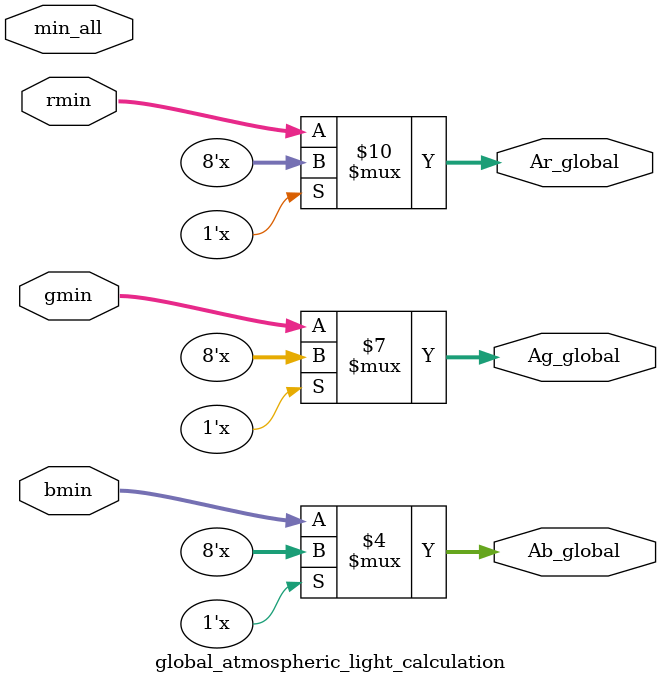
<source format=v>
module global_atmospheric_light_calculation(min_all, rmin, gmin, bmin, Ar_global, Ag_global, Ab_global);

input [7:0] min_all, rmin, gmin, bmin;
output reg [7:0] Ar_global, Ag_global, Ab_global;
reg [7:0] maxt;

always @(*)
	begin
		if(maxt > min_all)
			begin
				maxt = maxt;
				Ar_global = Ar_global;
				Ag_global = Ag_global;
				Ab_global = Ab_global;
			end
		else
			begin
				maxt = min_all;
				Ar_global = rmin;
				Ag_global = gmin;
				Ab_global = bmin;
			end 
	//(maxt>min_all)? maxt = maxt; Ar_global = Ar_global; Ag_global = Ag_global; Ab_global = Ab_global;: maxt = min_all; Ar_global = rmin; Ag_global = gmin; Ab_global = bmin;


	end
	

endmodule

</source>
